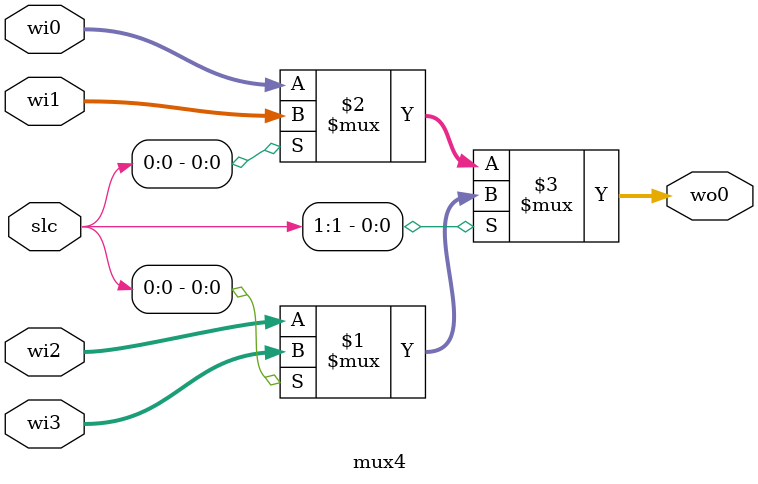
<source format=v>

`include "INV_IP.v"
//synopsys translate_on

module EC_TOP(
    // Input signals
    clk, rst_n, in_valid,
    in_Px, in_Py, in_Qx, in_Qy, in_prime, in_a,
    // Output signals
    out_valid, out_Rx, out_Ry
);

// ===============================================================
// Input & Output Declaration
// ===============================================================
input clk, rst_n, in_valid;
input [6-1:0] in_Px, in_Py, in_Qx, in_Qy, in_prime, in_a;
output reg out_valid;
output reg [6-1:0] out_Rx, out_Ry;

parameter idle = 1'b0;
parameter calc = 1'b1;

reg cst, nst;
reg [1:0] r0;
reg signed [6:0] rpx, rpy, rqx, rqy, rpm, ra;
wire wpeq;
wire [5:0] mi0o;
wire signed [15:0] wkid, wpy2, wmom, wrrx, wwry, wi0o, wt0o, wd0o, wx0o, wx1o, wx2o;
reg signed [15:0] rxps, rs, rrx;

always @(posedge clk or negedge rst_n) begin
    if(!rst_n) begin
        cst <= idle;
        rpx <= 7'b0;
        rpy <= 7'b0;
        rqx <= 7'b0;
        rqy <= 7'b0;
        rpm <= 7'b0;
        ra <= 7'b0;
    end
    else begin
        cst <= nst;
        rpx <= (cst == idle && nst == calc)?({1'b0, in_Px}):(rpx);
        rpy <= (cst == idle && nst == calc)?({1'b0, in_Py}):(rpy);
        rqx <= (cst == idle && nst == calc)?({1'b0, in_Qx}):(rqx);
        rqy <= (cst == idle && nst == calc)?({1'b0, in_Qy}):(rqy);
        rpm <= (cst == idle && nst == calc)?({1'b0, in_prime}):(rpm);
        ra  <= (cst == idle && nst == calc)?({1'b0, in_a}):(ra);
    end
end

always @(*) begin
    if(!rst_n) begin
        nst <= idle;
    end
    else begin
        case(cst)
        idle:
        if(in_valid) begin
            nst <= calc;
        end
        else begin
            nst <= idle;
        end

        calc:
        if(r0 == 2'd3) begin
            nst <= idle;
        end
        else begin
            nst <= calc;
        end

        default:
        nst <= idle;
        
        endcase
    end
end

INV_IP #(.IP_WIDTH(6)) mi0(.IN_1(wmom[5:0]), .IN_2(rpm[5:0]), .OUT_INV(mi0o));
mux4 #(.size(16)) mx0(.wi0({9'b0, rpx}), .wi1(wkid), .wi2(rs), .wi3(rs), .slc(r0), .wo0(wx0o));
mux4 #(.size(16)) mx1(.wi0({9'b0, rpx}), .wi1(wi0o), .wi2(rs), .wi3((rpx - rrx)), .slc(r0), .wo0(wx1o));
mux4 #(.size(16)) mx2(.wi0(wt0o), .wi1(wt0o), .wi2((wt0o - rpx - rqx)), .wi3((wt0o - rpy)), .slc(r0), .wo0(wx2o));
mt mt0(.wi0(wx0o), .wi1(wx1o), .wo0(wt0o));
md md0(.wi0(wx2o), .wi1(rpm), .wo0(wd0o));

assign wpeq = (rpx == rqx) && (rpy == rqy); // P equals to Q
assign wkid = ((wpeq)?(3*rxps + ra):(rqy - rpy));
assign wpy2 = {8'b0, rpy, 1'b0};
assign wmom = ((wpeq)?((wpy2 >= rpm)?(wpy2 - rpm):(wpy2)):((rpx > rqx)?((rqx-rpx) + rpm):(rqx - rpx)));
assign wi0o = {{10'b0}, mi0o};
assign wrrx = rrx + rpm;
assign wwry = wd0o + rpm;

always @(posedge clk or negedge rst_n) begin
    if(!rst_n) begin
        out_valid <= 1'b0;
        out_Rx <= 6'b0;
        out_Ry <= 6'b0;
        r0 <= 0;
    end
    else if(cst == calc) begin
        if(r0 == 3) begin
            out_Rx <= (rrx[15])?(wrrx[5:0]):(rrx[5:0]);
            out_Ry <= (wd0o[15])?(wwry[5:0]):(wd0o[5:0]);
            out_valid <= 1'b1;
        end
        else if (r0 == 0) begin
            rxps <= wd0o;
        end
        else if (r0 == 1) begin
            rs <= wd0o;
        end
        else if(r0 == 2) begin
            rrx <= wd0o;
        end
        else ;
        r0 <= r0 + 1;
    end
    else begin
        out_valid <= 1'b0;
        out_Rx <= 6'b0;
        out_Ry <= 6'b0;
        r0 <= 0;
    end
end
endmodule

module mt(wi0, wi1, wo0);
input wire signed [15:0] wi0, wi1;
output wire signed [15:0] wo0;
assign wo0 = wi0 * wi1;
endmodule

module md(wi0, wi1, wo0);
input wire signed [15:0] wi0;
input wire signed [6:0] wi1;
output wire signed [15:0] wo0;
assign wo0 = wi0%wi1;
endmodule

module mux4(wi0, wi1, wi2, wi3, slc, wo0);
parameter size = 0;	
input wire signed [size-1:0] wi0, wi1, wi2, wi3;
input wire [1:0] slc;
output wire signed [size-1:0] wo0;
assign wo0 = (slc[1])?((slc[0])?(wi3):(wi2)):((slc[0])?(wi1):(wi0));
endmodule
</source>
